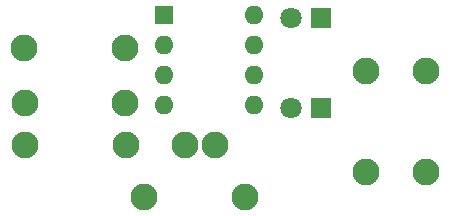
<source format=gbr>
%TF.GenerationSoftware,KiCad,Pcbnew,7.0.6-0*%
%TF.CreationDate,2023-08-03T16:52:38-04:00*%
%TF.ProjectId,Temp_Alarm,54656d70-5f41-46c6-9172-6d2e6b696361,rev?*%
%TF.SameCoordinates,Original*%
%TF.FileFunction,Soldermask,Bot*%
%TF.FilePolarity,Negative*%
%FSLAX46Y46*%
G04 Gerber Fmt 4.6, Leading zero omitted, Abs format (unit mm)*
G04 Created by KiCad (PCBNEW 7.0.6-0) date 2023-08-03 16:52:38*
%MOMM*%
%LPD*%
G01*
G04 APERTURE LIST*
G04 Aperture macros list*
%AMFreePoly0*
4,1,35,0.312797,1.099367,0.509479,1.023172,0.688811,0.912134,0.844687,0.770034,0.971798,0.601712,1.065816,0.412899,1.123538,0.210026,1.143000,0.000000,1.123538,-0.210026,1.065816,-0.412899,0.971798,-0.601712,0.844687,-0.770034,0.688811,-0.912134,0.509479,-1.023172,0.312797,-1.099367,0.105463,-1.138124,-0.105463,-1.138124,-0.312797,-1.099367,-0.509479,-1.023172,-0.688811,-0.912134,
-0.844687,-0.770034,-0.971798,-0.601712,-1.065816,-0.412899,-1.123538,-0.210026,-1.143000,0.000000,-1.123538,0.210026,-1.065816,0.412899,-0.971798,0.601712,-0.844687,0.770034,-0.688811,0.912134,-0.509479,1.023172,-0.312797,1.099367,-0.105463,1.138124,0.105463,1.138124,0.312797,1.099367,0.312797,1.099367,$1*%
G04 Aperture macros list end*
%ADD10FreePoly0,180.000000*%
%ADD11R,1.600000X1.600000*%
%ADD12O,1.600000X1.600000*%
%ADD13FreePoly0,270.000000*%
%ADD14FreePoly0,0.000000*%
%ADD15R,1.800000X1.800000*%
%ADD16C,1.800000*%
G04 APERTURE END LIST*
D10*
%TO.C,R4*%
X143980000Y-107270000D03*
X152480000Y-107270000D03*
%TD*%
D11*
%TO.C,U1*%
X155710000Y-96270000D03*
D12*
X155710000Y-98810000D03*
X155710000Y-101350000D03*
X155710000Y-103890000D03*
X163330000Y-103890000D03*
X163330000Y-101350000D03*
X163330000Y-98810000D03*
X163330000Y-96270000D03*
%TD*%
D10*
%TO.C,TH1*%
X157480000Y-107270000D03*
X160020000Y-107270000D03*
%TD*%
D13*
%TO.C,R6*%
X172820000Y-101060000D03*
X172820000Y-109560000D03*
%TD*%
%TO.C,R5*%
X177900000Y-109560000D03*
X177900000Y-101060000D03*
%TD*%
D14*
%TO.C,R3*%
X143948000Y-103695000D03*
X152448000Y-103695000D03*
%TD*%
D10*
%TO.C,R2*%
X152400000Y-99060000D03*
X143900000Y-99060000D03*
%TD*%
D14*
%TO.C,R1*%
X154060000Y-111730000D03*
X162560000Y-111730000D03*
%TD*%
D15*
%TO.C,D2*%
X169000000Y-96520000D03*
D16*
X166460000Y-96520000D03*
%TD*%
D15*
%TO.C,D1*%
X169000000Y-104140000D03*
D16*
X166460000Y-104140000D03*
%TD*%
M02*

</source>
